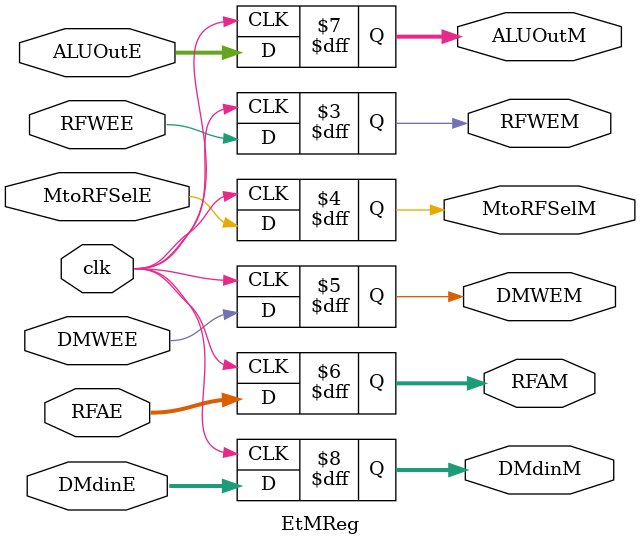
<source format=v>
module EtMReg  (clk,
                RFWEE, MtoRFSelE, DMWEE, ALUOutE, RFAE, DMdinE,
                RFWEM, MtoRFSelM, DMWEM, ALUOutM, RFAM, DMdinM);
    
    input   clk, RFWEE, MtoRFSelE, DMWEE;
    input   [4:0]RFAE;
    input   [31:0]ALUOutE, DMdinE;
    output  reg RFWEM, MtoRFSelM, DMWEM;
    output  reg [4:0]RFAM;
    output  reg [31:0]ALUOutM, DMdinM;
    
    initial begin
        RFWEM = 0;
        MtoRFSelM = 0;
        DMWEM = 0;
        RFAM = 0;
        ALUOutM = 0;
        DMdinM = 0;
    end
    always@(posedge clk) begin
        RFWEM = RFWEE;
        MtoRFSelM = MtoRFSelE;
        DMWEM = DMWEE;
        RFAM = RFAE;
        ALUOutM = ALUOutE;
        DMdinM = DMdinE;
    end
endmodule
</source>
